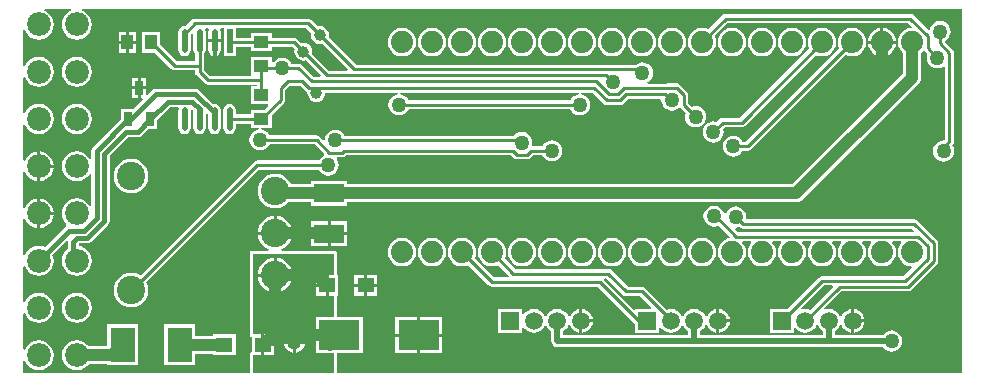
<source format=gtl>
G04*
G04 #@! TF.GenerationSoftware,Altium Limited,Altium Designer,18.1.7 (191)*
G04*
G04 Layer_Physical_Order=1*
G04 Layer_Color=255*
%FSLAX25Y25*%
%MOIN*%
G70*
G01*
G75*
%ADD10C,0.01000*%
%ADD29R,0.13780X0.10236*%
%ADD30R,0.09843X0.06299*%
%ADD31R,0.05118X0.03937*%
%ADD32R,0.08189X0.11614*%
%ADD33R,0.05551X0.04803*%
%ADD34R,0.02559X0.04724*%
%ADD35R,0.02000X0.08000*%
%ADD36O,0.02000X0.08000*%
%ADD37R,0.03937X0.05118*%
%ADD38C,0.03937*%
%ADD39C,0.03937*%
%ADD40C,0.02000*%
%ADD41C,0.01500*%
%ADD42C,0.07400*%
%ADD43C,0.07950*%
%ADD44R,0.05906X0.05906*%
%ADD45C,0.05906*%
%ADD46C,0.09449*%
%ADD47C,0.05000*%
G36*
X314173Y-122441D02*
X105744D01*
X105744Y-122441D01*
Y-115961D01*
X114386D01*
Y-103724D01*
X105744D01*
Y-96709D01*
X106138D01*
Y-89906D01*
X105744D01*
Y-82677D01*
X105666Y-82287D01*
X105445Y-81956D01*
X105115Y-81735D01*
X104724Y-81658D01*
X87227D01*
X87128Y-81158D01*
X87926Y-80827D01*
X89122Y-79909D01*
X90040Y-78714D01*
X90616Y-77321D01*
X90747Y-76327D01*
X85039D01*
X79331D01*
X79462Y-77321D01*
X80039Y-78714D01*
X80957Y-79909D01*
X82152Y-80827D01*
X82951Y-81158D01*
X82851Y-81658D01*
X77559D01*
X77169Y-81735D01*
X76838Y-81956D01*
X76617Y-82287D01*
X76539Y-82677D01*
Y-109591D01*
X76617Y-109981D01*
X76838Y-110311D01*
X77169Y-110532D01*
X77209Y-110540D01*
Y-115444D01*
X77169Y-115452D01*
X76838Y-115673D01*
X76617Y-116004D01*
X76539Y-116394D01*
Y-122441D01*
X76539Y-122441D01*
X1181D01*
Y-118485D01*
X1681Y-118385D01*
X1954Y-119044D01*
X2751Y-120083D01*
X3791Y-120881D01*
X5001Y-121382D01*
X6300Y-121553D01*
X7598Y-121382D01*
X8809Y-120881D01*
X9848Y-120083D01*
X10645Y-119044D01*
X11147Y-117834D01*
X11318Y-116535D01*
X11147Y-115237D01*
X10645Y-114026D01*
X9848Y-112987D01*
X8809Y-112190D01*
X7598Y-111688D01*
X6300Y-111517D01*
X5001Y-111688D01*
X3791Y-112190D01*
X2751Y-112987D01*
X1954Y-114026D01*
X1681Y-114685D01*
X1181Y-114586D01*
Y-102737D01*
X1681Y-102637D01*
X1954Y-103296D01*
X2751Y-104335D01*
X3791Y-105133D01*
X5001Y-105634D01*
X6300Y-105805D01*
X7598Y-105634D01*
X8809Y-105133D01*
X9848Y-104335D01*
X10645Y-103296D01*
X11147Y-102086D01*
X11318Y-100787D01*
X11147Y-99489D01*
X10645Y-98278D01*
X9848Y-97239D01*
X8809Y-96442D01*
X7598Y-95940D01*
X6300Y-95769D01*
X5001Y-95940D01*
X3791Y-96442D01*
X2751Y-97239D01*
X1954Y-98278D01*
X1681Y-98937D01*
X1181Y-98838D01*
Y-86989D01*
X1681Y-86889D01*
X1954Y-87548D01*
X2751Y-88587D01*
X3791Y-89385D01*
X5001Y-89886D01*
X6300Y-90057D01*
X7598Y-89886D01*
X8809Y-89385D01*
X9848Y-88587D01*
X10645Y-87548D01*
X11147Y-86338D01*
X11318Y-85039D01*
X11147Y-83741D01*
X10847Y-83016D01*
X15550Y-78312D01*
X16011Y-78558D01*
X15975Y-78740D01*
Y-81011D01*
X15349Y-81491D01*
X14552Y-82530D01*
X14051Y-83741D01*
X13880Y-85039D01*
X14051Y-86338D01*
X14552Y-87548D01*
X15349Y-88587D01*
X16389Y-89385D01*
X17599Y-89886D01*
X18898Y-90057D01*
X20196Y-89886D01*
X21407Y-89385D01*
X22446Y-88587D01*
X23243Y-87548D01*
X23745Y-86338D01*
X23916Y-85039D01*
X23745Y-83741D01*
X23243Y-82530D01*
X22446Y-81491D01*
X21407Y-80694D01*
X20196Y-80192D01*
X19544Y-80106D01*
Y-79479D01*
X19722Y-79301D01*
X22305D01*
X22987Y-79165D01*
X23566Y-78778D01*
X29352Y-72992D01*
X29739Y-72413D01*
X29875Y-71730D01*
X29875Y-71730D01*
Y-50109D01*
X36074Y-43910D01*
X39279D01*
X39962Y-43774D01*
X40541Y-43388D01*
X42665Y-41264D01*
X45783D01*
Y-38145D01*
X50091Y-33837D01*
X52547D01*
X52916Y-34337D01*
X52823Y-34803D01*
Y-40803D01*
X52978Y-41583D01*
X53420Y-42245D01*
X54082Y-42687D01*
X54862Y-42842D01*
X55643Y-42687D01*
X56304Y-42245D01*
X56746Y-41583D01*
X56902Y-40803D01*
Y-34803D01*
X56881Y-34698D01*
X57341Y-34452D01*
X57823Y-34934D01*
Y-40803D01*
X57978Y-41583D01*
X58420Y-42245D01*
X59082Y-42687D01*
X59862Y-42842D01*
X60643Y-42687D01*
X61304Y-42245D01*
X61746Y-41583D01*
X61901Y-40803D01*
Y-36130D01*
X62363Y-35939D01*
X62823Y-36398D01*
Y-40803D01*
X62978Y-41583D01*
X63420Y-42245D01*
X64082Y-42687D01*
X64862Y-42842D01*
X65643Y-42687D01*
X66304Y-42245D01*
X66746Y-41583D01*
X66901Y-40803D01*
Y-34803D01*
X66746Y-34023D01*
X66304Y-33361D01*
X65643Y-32919D01*
X64862Y-32764D01*
X64340Y-32868D01*
X59763Y-28291D01*
X59184Y-27905D01*
X58501Y-27769D01*
X45250D01*
X44567Y-27905D01*
X43988Y-28291D01*
X42505Y-29774D01*
X42043Y-29583D01*
Y-27953D01*
X40264D01*
Y-30815D01*
X40811D01*
X41003Y-31277D01*
X37740Y-34539D01*
X33744D01*
Y-37658D01*
X24329Y-47073D01*
X23942Y-47652D01*
X23806Y-48335D01*
Y-51087D01*
X23306Y-51186D01*
X23243Y-51034D01*
X22446Y-49995D01*
X21407Y-49198D01*
X20196Y-48696D01*
X18898Y-48525D01*
X17599Y-48696D01*
X16389Y-49198D01*
X15349Y-49995D01*
X14552Y-51034D01*
X14051Y-52245D01*
X13880Y-53543D01*
X14051Y-54842D01*
X14552Y-56052D01*
X15349Y-57091D01*
X16389Y-57889D01*
X17599Y-58390D01*
X18898Y-58561D01*
X20196Y-58390D01*
X21407Y-57889D01*
X22446Y-57091D01*
X23243Y-56052D01*
X23306Y-55900D01*
X23806Y-56000D01*
Y-66835D01*
X23306Y-66934D01*
X23243Y-66782D01*
X22446Y-65743D01*
X21407Y-64946D01*
X20196Y-64444D01*
X18898Y-64273D01*
X17599Y-64444D01*
X16389Y-64946D01*
X15349Y-65743D01*
X14552Y-66782D01*
X14051Y-67993D01*
X13880Y-69291D01*
X14051Y-70590D01*
X14552Y-71800D01*
X15349Y-72839D01*
X15469Y-72931D01*
X15414Y-73519D01*
X15061Y-73755D01*
X15061Y-73755D01*
X8323Y-80493D01*
X7598Y-80192D01*
X6300Y-80021D01*
X5001Y-80192D01*
X3791Y-80694D01*
X2751Y-81491D01*
X1954Y-82530D01*
X1681Y-83189D01*
X1181Y-83090D01*
Y-71241D01*
X1681Y-71141D01*
X1954Y-71800D01*
X2751Y-72839D01*
X3791Y-73637D01*
X5001Y-74138D01*
X5800Y-74243D01*
Y-69291D01*
Y-64339D01*
X5001Y-64444D01*
X3791Y-64946D01*
X2751Y-65743D01*
X1954Y-66782D01*
X1681Y-67441D01*
X1181Y-67342D01*
Y-55493D01*
X1681Y-55393D01*
X1954Y-56052D01*
X2751Y-57091D01*
X3791Y-57889D01*
X5001Y-58390D01*
X5800Y-58495D01*
Y-53543D01*
Y-48591D01*
X5001Y-48696D01*
X3791Y-49198D01*
X2751Y-49995D01*
X1954Y-51034D01*
X1681Y-51693D01*
X1181Y-51594D01*
Y-39745D01*
X1681Y-39645D01*
X1954Y-40304D01*
X2751Y-41344D01*
X3791Y-42141D01*
X5001Y-42642D01*
X6300Y-42813D01*
X7598Y-42642D01*
X8809Y-42141D01*
X9848Y-41344D01*
X10645Y-40304D01*
X11147Y-39094D01*
X11318Y-37795D01*
X11147Y-36497D01*
X10645Y-35286D01*
X9848Y-34247D01*
X8809Y-33450D01*
X7598Y-32948D01*
X6300Y-32777D01*
X5001Y-32948D01*
X3791Y-33450D01*
X2751Y-34247D01*
X1954Y-35286D01*
X1681Y-35945D01*
X1181Y-35846D01*
Y-23997D01*
X1681Y-23897D01*
X1954Y-24556D01*
X2751Y-25596D01*
X3791Y-26393D01*
X5001Y-26894D01*
X6300Y-27065D01*
X7598Y-26894D01*
X8809Y-26393D01*
X9848Y-25596D01*
X10645Y-24556D01*
X11147Y-23346D01*
X11318Y-22047D01*
X11147Y-20749D01*
X10645Y-19538D01*
X9848Y-18499D01*
X8809Y-17702D01*
X7598Y-17200D01*
X6300Y-17029D01*
X5001Y-17200D01*
X3791Y-17702D01*
X2751Y-18499D01*
X1954Y-19538D01*
X1681Y-20197D01*
X1181Y-20098D01*
Y-8249D01*
X1681Y-8149D01*
X1954Y-8808D01*
X2751Y-9848D01*
X3791Y-10645D01*
X5001Y-11146D01*
X6300Y-11317D01*
X7598Y-11146D01*
X8809Y-10645D01*
X9848Y-9848D01*
X10645Y-8808D01*
X11147Y-7598D01*
X11318Y-6299D01*
X11147Y-5001D01*
X10645Y-3790D01*
X9848Y-2751D01*
X8809Y-1954D01*
X8151Y-1681D01*
X8250Y-1181D01*
X16947D01*
X17047Y-1681D01*
X16389Y-1954D01*
X15349Y-2751D01*
X14552Y-3790D01*
X14051Y-5001D01*
X13880Y-6299D01*
X14051Y-7598D01*
X14552Y-8808D01*
X15349Y-9848D01*
X16389Y-10645D01*
X17599Y-11146D01*
X18898Y-11317D01*
X20196Y-11146D01*
X21407Y-10645D01*
X22446Y-9848D01*
X23243Y-8808D01*
X23745Y-7598D01*
X23916Y-6299D01*
X23745Y-5001D01*
X23243Y-3790D01*
X22446Y-2751D01*
X21407Y-1954D01*
X20749Y-1681D01*
X20848Y-1181D01*
X314173D01*
Y-122441D01*
D02*
G37*
G36*
X104724Y-89906D02*
X102862D01*
Y-93307D01*
Y-96709D01*
X104724D01*
Y-103724D01*
X98606D01*
Y-109343D01*
X106496D01*
Y-110343D01*
X98606D01*
Y-115961D01*
X104724D01*
Y-122441D01*
X77559D01*
Y-116394D01*
X80484D01*
Y-112992D01*
Y-109591D01*
X77559D01*
Y-82677D01*
X104724D01*
Y-89906D01*
D02*
G37*
%LPC*%
G36*
X96063Y-4376D02*
X58268D01*
X57682Y-4493D01*
X57186Y-4824D01*
X55183Y-6828D01*
X54862Y-6764D01*
X54082Y-6919D01*
X53420Y-7361D01*
X52978Y-8023D01*
X52823Y-8803D01*
Y-14803D01*
X52978Y-15584D01*
X53420Y-16245D01*
X54082Y-16687D01*
X54862Y-16842D01*
X55643Y-16687D01*
X56304Y-16245D01*
X56746Y-15584D01*
X56902Y-14803D01*
Y-9435D01*
X57323Y-9013D01*
X57823Y-9220D01*
Y-14803D01*
X57978Y-15584D01*
X58333Y-16114D01*
Y-18549D01*
X52208D01*
X46669Y-13010D01*
Y-8646D01*
X40732D01*
Y-15764D01*
X45097D01*
X50493Y-21160D01*
X50989Y-21492D01*
X51575Y-21608D01*
X58333D01*
Y-22067D01*
X58449Y-22652D01*
X58781Y-23148D01*
X61580Y-25948D01*
X62076Y-26279D01*
X62661Y-26395D01*
X78943D01*
Y-26953D01*
X76913D01*
Y-32890D01*
X82562D01*
X82753Y-33352D01*
X81278Y-34827D01*
X76913D01*
Y-36266D01*
X71902D01*
Y-34803D01*
X71746Y-34023D01*
X71304Y-33361D01*
X70643Y-32919D01*
X69862Y-32764D01*
X69082Y-32919D01*
X68420Y-33361D01*
X67978Y-34023D01*
X67823Y-34803D01*
Y-40803D01*
X67978Y-41583D01*
X68420Y-42245D01*
X69082Y-42687D01*
X69862Y-42842D01*
X70643Y-42687D01*
X71304Y-42245D01*
X71746Y-41583D01*
X71902Y-40803D01*
Y-39325D01*
X76913D01*
Y-40764D01*
X79715D01*
X79748Y-41264D01*
X79125Y-41346D01*
X78274Y-41698D01*
X77543Y-42259D01*
X76982Y-42990D01*
X76629Y-43842D01*
X76509Y-44756D01*
X76629Y-45669D01*
X76982Y-46521D01*
X77543Y-47252D01*
X78274Y-47813D01*
X79125Y-48166D01*
X80039Y-48286D01*
X80953Y-48166D01*
X81804Y-47813D01*
X82535Y-47252D01*
X83096Y-46521D01*
X83194Y-46285D01*
X98221D01*
X101406Y-49470D01*
X101309Y-49961D01*
X100991Y-50092D01*
X100260Y-50653D01*
X99699Y-51385D01*
X99601Y-51620D01*
X79134D01*
X78549Y-51737D01*
X78052Y-52068D01*
X40140Y-89981D01*
X39934Y-89823D01*
X38542Y-89246D01*
X37047Y-89049D01*
X35553Y-89246D01*
X34160Y-89823D01*
X32965Y-90740D01*
X32047Y-91936D01*
X31470Y-93328D01*
X31273Y-94823D01*
X31470Y-96317D01*
X32047Y-97710D01*
X32965Y-98906D01*
X34160Y-99823D01*
X35553Y-100400D01*
X37047Y-100597D01*
X38542Y-100400D01*
X39934Y-99823D01*
X41130Y-98906D01*
X42048Y-97710D01*
X42624Y-96317D01*
X42821Y-94823D01*
X42624Y-93328D01*
X42183Y-92263D01*
X79767Y-54679D01*
X99601D01*
X99699Y-54915D01*
X100260Y-55646D01*
X100991Y-56207D01*
X101842Y-56559D01*
X102756Y-56680D01*
X103670Y-56559D01*
X104521Y-56207D01*
X105252Y-55646D01*
X105813Y-54915D01*
X106166Y-54063D01*
X106286Y-53150D01*
X106166Y-52236D01*
X105813Y-51385D01*
X105548Y-51039D01*
X105794Y-50539D01*
X107360D01*
X107946Y-50422D01*
X108442Y-50091D01*
X108578Y-49955D01*
X163788D01*
X164585Y-50751D01*
X165081Y-51082D01*
X165666Y-51199D01*
X168980D01*
X169565Y-51082D01*
X170061Y-50751D01*
X170857Y-49955D01*
X174168D01*
X174266Y-50190D01*
X174827Y-50921D01*
X175558Y-51482D01*
X176409Y-51835D01*
X177323Y-51955D01*
X178237Y-51835D01*
X179088Y-51482D01*
X179819Y-50921D01*
X180380Y-50190D01*
X180733Y-49339D01*
X180853Y-48425D01*
X180733Y-47512D01*
X180380Y-46660D01*
X179819Y-45929D01*
X179088Y-45368D01*
X178237Y-45015D01*
X177323Y-44895D01*
X176409Y-45015D01*
X175558Y-45368D01*
X174827Y-45929D01*
X174266Y-46660D01*
X174168Y-46896D01*
X171086D01*
X170757Y-46396D01*
X170853Y-45669D01*
X170733Y-44756D01*
X170380Y-43904D01*
X169819Y-43173D01*
X169088Y-42612D01*
X168236Y-42259D01*
X167323Y-42139D01*
X166409Y-42259D01*
X165558Y-42612D01*
X164827Y-43173D01*
X164689Y-43352D01*
X108273D01*
X108175Y-43117D01*
X107614Y-42386D01*
X106883Y-41825D01*
X106032Y-41472D01*
X105118Y-41352D01*
X104204Y-41472D01*
X103353Y-41825D01*
X102622Y-42386D01*
X102061Y-43117D01*
X101708Y-43968D01*
X101619Y-44650D01*
X101097Y-44835D01*
X99936Y-43674D01*
X99440Y-43343D01*
X98855Y-43226D01*
X83194D01*
X83096Y-42990D01*
X82535Y-42259D01*
X81804Y-41698D01*
X80953Y-41346D01*
X80330Y-41264D01*
X80363Y-40764D01*
X84031D01*
Y-36399D01*
X88026Y-32404D01*
X88358Y-31908D01*
X88474Y-31323D01*
Y-28111D01*
X89921Y-26663D01*
X93398D01*
X95375Y-28640D01*
X95848Y-28956D01*
X95825Y-29134D01*
X95927Y-29909D01*
X96226Y-30631D01*
X96702Y-31251D01*
X97322Y-31727D01*
X98044Y-32026D01*
X98819Y-32128D01*
X99594Y-32026D01*
X100316Y-31727D01*
X100936Y-31251D01*
X101412Y-30631D01*
X101711Y-29909D01*
X101813Y-29134D01*
X101853Y-29088D01*
X125983D01*
X126016Y-29588D01*
X125464Y-29661D01*
X124613Y-30014D01*
X123882Y-30575D01*
X123321Y-31306D01*
X122968Y-32157D01*
X122848Y-33071D01*
X122968Y-33985D01*
X123321Y-34836D01*
X123882Y-35567D01*
X124613Y-36128D01*
X125464Y-36481D01*
X126378Y-36601D01*
X127292Y-36481D01*
X128143Y-36128D01*
X128874Y-35567D01*
X129435Y-34836D01*
X129533Y-34600D01*
X183459D01*
X183557Y-34836D01*
X184118Y-35567D01*
X184849Y-36128D01*
X185701Y-36481D01*
X186614Y-36601D01*
X187528Y-36481D01*
X188379Y-36128D01*
X189111Y-35567D01*
X189672Y-34836D01*
X190024Y-33985D01*
X190145Y-33071D01*
X190024Y-32157D01*
X189672Y-31306D01*
X189111Y-30575D01*
X188379Y-30014D01*
X187528Y-29661D01*
X186976Y-29588D01*
X187009Y-29088D01*
X190881D01*
X194465Y-32672D01*
X194961Y-33004D01*
X195546Y-33120D01*
X200041D01*
X200626Y-33004D01*
X201122Y-32672D01*
X202675Y-31120D01*
X213463D01*
X213793Y-31496D01*
X213793Y-31496D01*
X213913Y-32410D01*
X214266Y-33261D01*
X214827Y-33992D01*
X215558Y-34553D01*
X216409Y-34906D01*
X217323Y-35026D01*
X218237Y-34906D01*
X219088Y-34553D01*
X219602Y-34159D01*
X220210Y-34200D01*
X220262Y-34236D01*
X221885Y-35859D01*
X221787Y-36094D01*
X221667Y-37008D01*
X221787Y-37922D01*
X222140Y-38773D01*
X222701Y-39504D01*
X223432Y-40065D01*
X224283Y-40418D01*
X225197Y-40538D01*
X226111Y-40418D01*
X226962Y-40065D01*
X227693Y-39504D01*
X228254Y-38773D01*
X228607Y-37922D01*
X228727Y-37008D01*
X228607Y-36094D01*
X228254Y-35243D01*
X227693Y-34512D01*
X226962Y-33951D01*
X226111Y-33598D01*
X225197Y-33478D01*
X224283Y-33598D01*
X224047Y-33696D01*
X222852Y-32500D01*
Y-29839D01*
X222736Y-29254D01*
X222404Y-28758D01*
X220061Y-26415D01*
X219565Y-26083D01*
X218980Y-25967D01*
X215666D01*
X215191Y-26061D01*
X209193D01*
X209093Y-25561D01*
X209245Y-25498D01*
X209977Y-24937D01*
X210538Y-24206D01*
X210890Y-23355D01*
X211011Y-22441D01*
X210890Y-21527D01*
X210538Y-20676D01*
X209977Y-19945D01*
X209245Y-19384D01*
X208394Y-19031D01*
X207480Y-18911D01*
X206567Y-19031D01*
X205715Y-19384D01*
X205304Y-19699D01*
X112019D01*
X102897Y-10577D01*
X102994Y-9843D01*
X102892Y-9068D01*
X102593Y-8345D01*
X102117Y-7725D01*
X101497Y-7249D01*
X100775Y-6950D01*
X100000Y-6848D01*
X99265Y-6945D01*
X97144Y-4824D01*
X96648Y-4493D01*
X96063Y-4376D01*
D02*
G37*
G36*
X287823Y-7530D02*
Y-11705D01*
X291998D01*
X291902Y-10978D01*
X291428Y-9834D01*
X290675Y-8853D01*
X289693Y-8099D01*
X288550Y-7626D01*
X287823Y-7530D01*
D02*
G37*
G36*
X38795Y-8646D02*
X36327D01*
Y-11705D01*
X38795D01*
Y-8646D01*
D02*
G37*
G36*
X35327D02*
X32858D01*
Y-11705D01*
X35327D01*
Y-8646D01*
D02*
G37*
G36*
X286823Y-7530D02*
X286096Y-7626D01*
X284953Y-8099D01*
X283971Y-8853D01*
X283217Y-9834D01*
X282744Y-10978D01*
X282648Y-11705D01*
X286823D01*
Y-7530D01*
D02*
G37*
G36*
X38795Y-12705D02*
X36327D01*
Y-15764D01*
X38795D01*
Y-12705D01*
D02*
G37*
G36*
X35327D02*
X32858D01*
Y-15764D01*
X35327D01*
Y-12705D01*
D02*
G37*
G36*
X286823D02*
X282648D01*
X282744Y-13432D01*
X283217Y-14575D01*
X283971Y-15557D01*
X284953Y-16310D01*
X286096Y-16784D01*
X286823Y-16879D01*
Y-12705D01*
D02*
G37*
G36*
X291998D02*
X287823D01*
Y-16879D01*
X288550Y-16784D01*
X289693Y-16310D01*
X290675Y-15557D01*
X291428Y-14575D01*
X291902Y-13432D01*
X291998Y-12705D01*
D02*
G37*
G36*
X277323Y-7464D02*
X276096Y-7626D01*
X274953Y-8099D01*
X273971Y-8853D01*
X273217Y-9834D01*
X272744Y-10978D01*
X272582Y-12205D01*
X272744Y-13432D01*
X273092Y-14273D01*
X242044Y-45321D01*
X240950D01*
X240852Y-45085D01*
X240292Y-44354D01*
X239560Y-43793D01*
X238709Y-43440D01*
X237795Y-43320D01*
X236882Y-43440D01*
X236030Y-43793D01*
X235299Y-44354D01*
X234738Y-45085D01*
X234385Y-45937D01*
X234265Y-46850D01*
X234385Y-47764D01*
X234738Y-48616D01*
X235299Y-49347D01*
X236030Y-49908D01*
X236882Y-50260D01*
X237795Y-50381D01*
X238709Y-50260D01*
X239560Y-49908D01*
X240292Y-49347D01*
X240852Y-48616D01*
X240950Y-48380D01*
X242677D01*
X243263Y-48263D01*
X243759Y-47932D01*
X275255Y-16435D01*
X276096Y-16784D01*
X277323Y-16945D01*
X278550Y-16784D01*
X279693Y-16310D01*
X280675Y-15557D01*
X281428Y-14575D01*
X281902Y-13432D01*
X282063Y-12205D01*
X281902Y-10978D01*
X281428Y-9834D01*
X280675Y-8853D01*
X279693Y-8099D01*
X278550Y-7626D01*
X277323Y-7464D01*
D02*
G37*
G36*
X267323D02*
X266096Y-7626D01*
X264953Y-8099D01*
X263971Y-8853D01*
X263217Y-9834D01*
X262744Y-10978D01*
X262582Y-12205D01*
X262744Y-13432D01*
X263092Y-14273D01*
X239918Y-37447D01*
X234252D01*
X233667Y-37563D01*
X233171Y-37895D01*
X232252Y-38814D01*
X232016Y-38716D01*
X231102Y-38596D01*
X230189Y-38716D01*
X229337Y-39069D01*
X228606Y-39630D01*
X228045Y-40361D01*
X227693Y-41212D01*
X227572Y-42126D01*
X227693Y-43040D01*
X228045Y-43891D01*
X228606Y-44622D01*
X229337Y-45183D01*
X230189Y-45536D01*
X231102Y-45656D01*
X232016Y-45536D01*
X232868Y-45183D01*
X233599Y-44622D01*
X234160Y-43891D01*
X234512Y-43040D01*
X234633Y-42126D01*
X234512Y-41212D01*
X234415Y-40977D01*
X234885Y-40506D01*
X240551D01*
X241137Y-40389D01*
X241633Y-40058D01*
X265255Y-16435D01*
X266096Y-16784D01*
X267323Y-16945D01*
X268550Y-16784D01*
X269693Y-16310D01*
X270675Y-15557D01*
X271428Y-14575D01*
X271902Y-13432D01*
X272063Y-12205D01*
X271902Y-10978D01*
X271428Y-9834D01*
X270675Y-8853D01*
X269693Y-8099D01*
X268550Y-7626D01*
X267323Y-7464D01*
D02*
G37*
G36*
X257323D02*
X256096Y-7626D01*
X254953Y-8099D01*
X253971Y-8853D01*
X253217Y-9834D01*
X252744Y-10978D01*
X252582Y-12205D01*
X252744Y-13432D01*
X253217Y-14575D01*
X253971Y-15557D01*
X254953Y-16310D01*
X256096Y-16784D01*
X257323Y-16945D01*
X258550Y-16784D01*
X259693Y-16310D01*
X260675Y-15557D01*
X261428Y-14575D01*
X261902Y-13432D01*
X262063Y-12205D01*
X261902Y-10978D01*
X261428Y-9834D01*
X260675Y-8853D01*
X259693Y-8099D01*
X258550Y-7626D01*
X257323Y-7464D01*
D02*
G37*
G36*
X247323D02*
X246096Y-7626D01*
X244953Y-8099D01*
X243971Y-8853D01*
X243217Y-9834D01*
X242744Y-10978D01*
X242582Y-12205D01*
X242744Y-13432D01*
X243217Y-14575D01*
X243971Y-15557D01*
X244953Y-16310D01*
X246096Y-16784D01*
X247323Y-16945D01*
X248550Y-16784D01*
X249693Y-16310D01*
X250675Y-15557D01*
X251428Y-14575D01*
X251902Y-13432D01*
X252063Y-12205D01*
X251902Y-10978D01*
X251428Y-9834D01*
X250675Y-8853D01*
X249693Y-8099D01*
X248550Y-7626D01*
X247323Y-7464D01*
D02*
G37*
G36*
X237323D02*
X236096Y-7626D01*
X234953Y-8099D01*
X233971Y-8853D01*
X233217Y-9834D01*
X232744Y-10978D01*
X232582Y-12205D01*
X232744Y-13432D01*
X233217Y-14575D01*
X233971Y-15557D01*
X234953Y-16310D01*
X236096Y-16784D01*
X237323Y-16945D01*
X238550Y-16784D01*
X239693Y-16310D01*
X240675Y-15557D01*
X241428Y-14575D01*
X241902Y-13432D01*
X242063Y-12205D01*
X241902Y-10978D01*
X241428Y-9834D01*
X240675Y-8853D01*
X239693Y-8099D01*
X238550Y-7626D01*
X237323Y-7464D01*
D02*
G37*
G36*
X217323D02*
X216096Y-7626D01*
X214953Y-8099D01*
X213971Y-8853D01*
X213217Y-9834D01*
X212744Y-10978D01*
X212582Y-12205D01*
X212744Y-13432D01*
X213217Y-14575D01*
X213971Y-15557D01*
X214953Y-16310D01*
X216096Y-16784D01*
X217323Y-16945D01*
X218550Y-16784D01*
X219693Y-16310D01*
X220675Y-15557D01*
X221428Y-14575D01*
X221902Y-13432D01*
X222063Y-12205D01*
X221902Y-10978D01*
X221428Y-9834D01*
X220675Y-8853D01*
X219693Y-8099D01*
X218550Y-7626D01*
X217323Y-7464D01*
D02*
G37*
G36*
X207323D02*
X206096Y-7626D01*
X204953Y-8099D01*
X203971Y-8853D01*
X203217Y-9834D01*
X202744Y-10978D01*
X202582Y-12205D01*
X202744Y-13432D01*
X203217Y-14575D01*
X203971Y-15557D01*
X204953Y-16310D01*
X206096Y-16784D01*
X207323Y-16945D01*
X208550Y-16784D01*
X209693Y-16310D01*
X210675Y-15557D01*
X211428Y-14575D01*
X211902Y-13432D01*
X212063Y-12205D01*
X211902Y-10978D01*
X211428Y-9834D01*
X210675Y-8853D01*
X209693Y-8099D01*
X208550Y-7626D01*
X207323Y-7464D01*
D02*
G37*
G36*
X197323D02*
X196096Y-7626D01*
X194952Y-8099D01*
X193971Y-8853D01*
X193217Y-9834D01*
X192744Y-10978D01*
X192582Y-12205D01*
X192744Y-13432D01*
X193217Y-14575D01*
X193971Y-15557D01*
X194952Y-16310D01*
X196096Y-16784D01*
X197323Y-16945D01*
X198550Y-16784D01*
X199693Y-16310D01*
X200675Y-15557D01*
X201428Y-14575D01*
X201902Y-13432D01*
X202063Y-12205D01*
X201902Y-10978D01*
X201428Y-9834D01*
X200675Y-8853D01*
X199693Y-8099D01*
X198550Y-7626D01*
X197323Y-7464D01*
D02*
G37*
G36*
X187323D02*
X186096Y-7626D01*
X184952Y-8099D01*
X183971Y-8853D01*
X183217Y-9834D01*
X182744Y-10978D01*
X182582Y-12205D01*
X182744Y-13432D01*
X183217Y-14575D01*
X183971Y-15557D01*
X184952Y-16310D01*
X186096Y-16784D01*
X187323Y-16945D01*
X188550Y-16784D01*
X189693Y-16310D01*
X190675Y-15557D01*
X191428Y-14575D01*
X191902Y-13432D01*
X192063Y-12205D01*
X191902Y-10978D01*
X191428Y-9834D01*
X190675Y-8853D01*
X189693Y-8099D01*
X188550Y-7626D01*
X187323Y-7464D01*
D02*
G37*
G36*
X177323D02*
X176096Y-7626D01*
X174952Y-8099D01*
X173971Y-8853D01*
X173217Y-9834D01*
X172744Y-10978D01*
X172582Y-12205D01*
X172744Y-13432D01*
X173217Y-14575D01*
X173971Y-15557D01*
X174952Y-16310D01*
X176096Y-16784D01*
X177323Y-16945D01*
X178550Y-16784D01*
X179693Y-16310D01*
X180675Y-15557D01*
X181428Y-14575D01*
X181902Y-13432D01*
X182063Y-12205D01*
X181902Y-10978D01*
X181428Y-9834D01*
X180675Y-8853D01*
X179693Y-8099D01*
X178550Y-7626D01*
X177323Y-7464D01*
D02*
G37*
G36*
X167323D02*
X166096Y-7626D01*
X164953Y-8099D01*
X163971Y-8853D01*
X163217Y-9834D01*
X162744Y-10978D01*
X162582Y-12205D01*
X162744Y-13432D01*
X163217Y-14575D01*
X163971Y-15557D01*
X164953Y-16310D01*
X166096Y-16784D01*
X167323Y-16945D01*
X168550Y-16784D01*
X169693Y-16310D01*
X170675Y-15557D01*
X171428Y-14575D01*
X171902Y-13432D01*
X172063Y-12205D01*
X171902Y-10978D01*
X171428Y-9834D01*
X170675Y-8853D01*
X169693Y-8099D01*
X168550Y-7626D01*
X167323Y-7464D01*
D02*
G37*
G36*
X157323D02*
X156096Y-7626D01*
X154953Y-8099D01*
X153971Y-8853D01*
X153217Y-9834D01*
X152744Y-10978D01*
X152582Y-12205D01*
X152744Y-13432D01*
X153217Y-14575D01*
X153971Y-15557D01*
X154953Y-16310D01*
X156096Y-16784D01*
X157323Y-16945D01*
X158550Y-16784D01*
X159693Y-16310D01*
X160675Y-15557D01*
X161428Y-14575D01*
X161902Y-13432D01*
X162063Y-12205D01*
X161902Y-10978D01*
X161428Y-9834D01*
X160675Y-8853D01*
X159693Y-8099D01*
X158550Y-7626D01*
X157323Y-7464D01*
D02*
G37*
G36*
X147323D02*
X146096Y-7626D01*
X144952Y-8099D01*
X143971Y-8853D01*
X143217Y-9834D01*
X142744Y-10978D01*
X142582Y-12205D01*
X142744Y-13432D01*
X143217Y-14575D01*
X143971Y-15557D01*
X144952Y-16310D01*
X146096Y-16784D01*
X147323Y-16945D01*
X148550Y-16784D01*
X149693Y-16310D01*
X150675Y-15557D01*
X151428Y-14575D01*
X151902Y-13432D01*
X152063Y-12205D01*
X151902Y-10978D01*
X151428Y-9834D01*
X150675Y-8853D01*
X149693Y-8099D01*
X148550Y-7626D01*
X147323Y-7464D01*
D02*
G37*
G36*
X137323D02*
X136096Y-7626D01*
X134952Y-8099D01*
X133971Y-8853D01*
X133217Y-9834D01*
X132744Y-10978D01*
X132582Y-12205D01*
X132744Y-13432D01*
X133217Y-14575D01*
X133971Y-15557D01*
X134952Y-16310D01*
X136096Y-16784D01*
X137323Y-16945D01*
X138550Y-16784D01*
X139693Y-16310D01*
X140675Y-15557D01*
X141428Y-14575D01*
X141902Y-13432D01*
X142063Y-12205D01*
X141902Y-10978D01*
X141428Y-9834D01*
X140675Y-8853D01*
X139693Y-8099D01*
X138550Y-7626D01*
X137323Y-7464D01*
D02*
G37*
G36*
X127323D02*
X126096Y-7626D01*
X124952Y-8099D01*
X123971Y-8853D01*
X123217Y-9834D01*
X122744Y-10978D01*
X122582Y-12205D01*
X122744Y-13432D01*
X123217Y-14575D01*
X123971Y-15557D01*
X124952Y-16310D01*
X126096Y-16784D01*
X127323Y-16945D01*
X128550Y-16784D01*
X129693Y-16310D01*
X130675Y-15557D01*
X131428Y-14575D01*
X131902Y-13432D01*
X132063Y-12205D01*
X131902Y-10978D01*
X131428Y-9834D01*
X130675Y-8853D01*
X129693Y-8099D01*
X128550Y-7626D01*
X127323Y-7464D01*
D02*
G37*
G36*
X42043Y-24091D02*
X40264D01*
Y-26953D01*
X42043D01*
Y-24091D01*
D02*
G37*
G36*
X39264D02*
X37484D01*
Y-26953D01*
X39264D01*
Y-24091D01*
D02*
G37*
G36*
X18898Y-17029D02*
X17599Y-17200D01*
X16389Y-17702D01*
X15349Y-18499D01*
X14552Y-19538D01*
X14051Y-20749D01*
X13880Y-22047D01*
X14051Y-23346D01*
X14552Y-24556D01*
X15349Y-25596D01*
X16389Y-26393D01*
X17599Y-26894D01*
X18898Y-27065D01*
X20196Y-26894D01*
X21407Y-26393D01*
X22446Y-25596D01*
X23243Y-24556D01*
X23745Y-23346D01*
X23916Y-22047D01*
X23745Y-20749D01*
X23243Y-19538D01*
X22446Y-18499D01*
X21407Y-17702D01*
X20196Y-17200D01*
X18898Y-17029D01*
D02*
G37*
G36*
X39264Y-27953D02*
X37484D01*
Y-30815D01*
X39264D01*
Y-27953D01*
D02*
G37*
G36*
X18898Y-32777D02*
X17599Y-32948D01*
X16389Y-33450D01*
X15349Y-34247D01*
X14552Y-35286D01*
X14051Y-36497D01*
X13880Y-37795D01*
X14051Y-39094D01*
X14552Y-40304D01*
X15349Y-41344D01*
X16389Y-42141D01*
X17599Y-42642D01*
X18898Y-42813D01*
X20196Y-42642D01*
X21407Y-42141D01*
X22446Y-41344D01*
X23243Y-40304D01*
X23745Y-39094D01*
X23916Y-37795D01*
X23745Y-36497D01*
X23243Y-35286D01*
X22446Y-34247D01*
X21407Y-33450D01*
X20196Y-32948D01*
X18898Y-32777D01*
D02*
G37*
G36*
X296803Y-2801D02*
X235197D01*
X234612Y-2918D01*
X234115Y-3249D01*
X229391Y-7974D01*
X228550Y-7626D01*
X227323Y-7464D01*
X226096Y-7626D01*
X224953Y-8099D01*
X223971Y-8853D01*
X223217Y-9834D01*
X222744Y-10978D01*
X222582Y-12205D01*
X222744Y-13432D01*
X223217Y-14575D01*
X223971Y-15557D01*
X224953Y-16310D01*
X226096Y-16784D01*
X227323Y-16945D01*
X228550Y-16784D01*
X229693Y-16310D01*
X230675Y-15557D01*
X231428Y-14575D01*
X231902Y-13432D01*
X232063Y-12205D01*
X231902Y-10978D01*
X231554Y-10137D01*
X235830Y-5860D01*
X296169D01*
X297285Y-6976D01*
X297096Y-7494D01*
X296096Y-7626D01*
X294953Y-8099D01*
X293971Y-8853D01*
X293217Y-9834D01*
X292744Y-10978D01*
X292582Y-12205D01*
X292744Y-13432D01*
X293217Y-14575D01*
X293971Y-15557D01*
X294329Y-15832D01*
Y-22776D01*
X257500Y-59604D01*
X109029D01*
Y-58449D01*
X97187D01*
Y-59604D01*
X90321D01*
X90040Y-58924D01*
X89122Y-57728D01*
X87926Y-56811D01*
X86534Y-56234D01*
X85039Y-56037D01*
X83545Y-56234D01*
X82152Y-56811D01*
X80957Y-57728D01*
X80039Y-58924D01*
X79462Y-60317D01*
X79265Y-61811D01*
X79462Y-63305D01*
X80039Y-64698D01*
X80957Y-65894D01*
X82152Y-66811D01*
X83545Y-67388D01*
X85039Y-67585D01*
X86534Y-67388D01*
X87926Y-66811D01*
X89122Y-65894D01*
X89353Y-65593D01*
X97187D01*
Y-66748D01*
X109029D01*
Y-65593D01*
X258740D01*
X259515Y-65491D01*
X260237Y-65192D01*
X260857Y-64716D01*
X299440Y-26133D01*
X299916Y-25513D01*
X300215Y-24791D01*
X300317Y-24016D01*
Y-15831D01*
X300675Y-15557D01*
X300948Y-15201D01*
X301526Y-15270D01*
X302511Y-16255D01*
X302414Y-16491D01*
X302293Y-17405D01*
X302414Y-18318D01*
X302766Y-19170D01*
X303327Y-19901D01*
X304059Y-20462D01*
X304910Y-20815D01*
X305824Y-20935D01*
X306737Y-20815D01*
X307589Y-20462D01*
X307846Y-20265D01*
X308294Y-20486D01*
Y-44569D01*
X307907Y-44956D01*
X307874Y-44952D01*
X306960Y-45072D01*
X306109Y-45425D01*
X305378Y-45986D01*
X304817Y-46717D01*
X304464Y-47569D01*
X304344Y-48482D01*
X304464Y-49396D01*
X304817Y-50247D01*
X305378Y-50978D01*
X306109Y-51539D01*
X306960Y-51892D01*
X307874Y-52012D01*
X308788Y-51892D01*
X309639Y-51539D01*
X310370Y-50978D01*
X310931Y-50247D01*
X311284Y-49396D01*
X311404Y-48482D01*
X311284Y-47569D01*
X310931Y-46717D01*
X310732Y-46457D01*
X310905Y-46284D01*
X311237Y-45787D01*
X311353Y-45202D01*
Y-15748D01*
X311237Y-15163D01*
X310905Y-14666D01*
X308487Y-12248D01*
X308476Y-12050D01*
X308574Y-11629D01*
X309189Y-11158D01*
X309750Y-10427D01*
X310103Y-9575D01*
X310223Y-8662D01*
X310103Y-7748D01*
X309750Y-6896D01*
X309189Y-6165D01*
X308458Y-5604D01*
X307607Y-5252D01*
X306693Y-5131D01*
X305779Y-5252D01*
X304928Y-5604D01*
X304197Y-6165D01*
X303636Y-6896D01*
X303283Y-7748D01*
X303252Y-7983D01*
X302779Y-8144D01*
X297884Y-3249D01*
X297388Y-2918D01*
X296803Y-2801D01*
D02*
G37*
G36*
X6800Y-48591D02*
Y-53043D01*
X11252D01*
X11147Y-52245D01*
X10645Y-51034D01*
X9848Y-49995D01*
X8809Y-49198D01*
X7598Y-48696D01*
X6800Y-48591D01*
D02*
G37*
G36*
X11252Y-54043D02*
X6800D01*
Y-58495D01*
X7598Y-58390D01*
X8809Y-57889D01*
X9848Y-57091D01*
X10645Y-56052D01*
X11147Y-54842D01*
X11252Y-54043D01*
D02*
G37*
G36*
X37047Y-51057D02*
X35553Y-51254D01*
X34160Y-51830D01*
X32965Y-52748D01*
X32047Y-53944D01*
X31470Y-55336D01*
X31273Y-56831D01*
X31470Y-58325D01*
X32047Y-59718D01*
X32965Y-60913D01*
X34160Y-61831D01*
X35553Y-62408D01*
X37047Y-62604D01*
X38542Y-62408D01*
X39934Y-61831D01*
X41130Y-60913D01*
X42048Y-59718D01*
X42624Y-58325D01*
X42821Y-56831D01*
X42624Y-55336D01*
X42048Y-53944D01*
X41130Y-52748D01*
X39934Y-51830D01*
X38542Y-51254D01*
X37047Y-51057D01*
D02*
G37*
G36*
X6800Y-64339D02*
Y-68791D01*
X11252D01*
X11147Y-67993D01*
X10645Y-66782D01*
X9848Y-65743D01*
X8809Y-64946D01*
X7598Y-64444D01*
X6800Y-64339D01*
D02*
G37*
G36*
X11252Y-69791D02*
X6800D01*
Y-74243D01*
X7598Y-74138D01*
X8809Y-73637D01*
X9848Y-72839D01*
X10645Y-71800D01*
X11147Y-70590D01*
X11252Y-69791D01*
D02*
G37*
G36*
X85539Y-70119D02*
Y-75327D01*
X90747D01*
X90616Y-74332D01*
X90040Y-72940D01*
X89122Y-71744D01*
X87926Y-70826D01*
X86534Y-70250D01*
X85539Y-70119D01*
D02*
G37*
G36*
X84539D02*
X83545Y-70250D01*
X82152Y-70826D01*
X80957Y-71744D01*
X80039Y-72940D01*
X79462Y-74332D01*
X79331Y-75327D01*
X84539D01*
Y-70119D01*
D02*
G37*
G36*
X109029Y-71835D02*
X103608D01*
Y-75484D01*
X109029D01*
Y-71835D01*
D02*
G37*
G36*
X102608D02*
X97187D01*
Y-75484D01*
X102608D01*
Y-71835D01*
D02*
G37*
G36*
X109029Y-76484D02*
X103608D01*
Y-80134D01*
X109029D01*
Y-76484D01*
D02*
G37*
G36*
X102608D02*
X97187D01*
Y-80134D01*
X102608D01*
Y-76484D01*
D02*
G37*
G36*
X227323Y-77464D02*
X226096Y-77626D01*
X224953Y-78099D01*
X223971Y-78853D01*
X223217Y-79834D01*
X222744Y-80978D01*
X222582Y-82205D01*
X222744Y-83432D01*
X223217Y-84575D01*
X223971Y-85557D01*
X224953Y-86310D01*
X226096Y-86784D01*
X227323Y-86945D01*
X228550Y-86784D01*
X229693Y-86310D01*
X230675Y-85557D01*
X231428Y-84575D01*
X231902Y-83432D01*
X232063Y-82205D01*
X231902Y-80978D01*
X231428Y-79834D01*
X230675Y-78853D01*
X229693Y-78099D01*
X228550Y-77626D01*
X227323Y-77464D01*
D02*
G37*
G36*
X217323D02*
X216096Y-77626D01*
X214953Y-78099D01*
X213971Y-78853D01*
X213217Y-79834D01*
X212744Y-80978D01*
X212582Y-82205D01*
X212744Y-83432D01*
X213217Y-84575D01*
X213971Y-85557D01*
X214953Y-86310D01*
X216096Y-86784D01*
X217323Y-86945D01*
X218550Y-86784D01*
X219693Y-86310D01*
X220675Y-85557D01*
X221428Y-84575D01*
X221902Y-83432D01*
X222063Y-82205D01*
X221902Y-80978D01*
X221428Y-79834D01*
X220675Y-78853D01*
X219693Y-78099D01*
X218550Y-77626D01*
X217323Y-77464D01*
D02*
G37*
G36*
X207323D02*
X206096Y-77626D01*
X204953Y-78099D01*
X203971Y-78853D01*
X203217Y-79834D01*
X202744Y-80978D01*
X202582Y-82205D01*
X202744Y-83432D01*
X203217Y-84575D01*
X203971Y-85557D01*
X204953Y-86310D01*
X206096Y-86784D01*
X207323Y-86945D01*
X208550Y-86784D01*
X209693Y-86310D01*
X210675Y-85557D01*
X211428Y-84575D01*
X211902Y-83432D01*
X212063Y-82205D01*
X211902Y-80978D01*
X211428Y-79834D01*
X210675Y-78853D01*
X209693Y-78099D01*
X208550Y-77626D01*
X207323Y-77464D01*
D02*
G37*
G36*
X197323D02*
X196096Y-77626D01*
X194952Y-78099D01*
X193971Y-78853D01*
X193217Y-79834D01*
X192744Y-80978D01*
X192582Y-82205D01*
X192744Y-83432D01*
X193217Y-84575D01*
X193971Y-85557D01*
X194952Y-86310D01*
X196096Y-86784D01*
X197323Y-86945D01*
X198550Y-86784D01*
X199693Y-86310D01*
X200675Y-85557D01*
X201428Y-84575D01*
X201902Y-83432D01*
X202063Y-82205D01*
X201902Y-80978D01*
X201428Y-79834D01*
X200675Y-78853D01*
X199693Y-78099D01*
X198550Y-77626D01*
X197323Y-77464D01*
D02*
G37*
G36*
X187323D02*
X186096Y-77626D01*
X184952Y-78099D01*
X183971Y-78853D01*
X183217Y-79834D01*
X182744Y-80978D01*
X182582Y-82205D01*
X182744Y-83432D01*
X183217Y-84575D01*
X183971Y-85557D01*
X184952Y-86310D01*
X186096Y-86784D01*
X187323Y-86945D01*
X188550Y-86784D01*
X189693Y-86310D01*
X190675Y-85557D01*
X191428Y-84575D01*
X191902Y-83432D01*
X192063Y-82205D01*
X191902Y-80978D01*
X191428Y-79834D01*
X190675Y-78853D01*
X189693Y-78099D01*
X188550Y-77626D01*
X187323Y-77464D01*
D02*
G37*
G36*
X177323D02*
X176096Y-77626D01*
X174952Y-78099D01*
X173971Y-78853D01*
X173217Y-79834D01*
X172744Y-80978D01*
X172582Y-82205D01*
X172744Y-83432D01*
X173217Y-84575D01*
X173971Y-85557D01*
X174952Y-86310D01*
X176096Y-86784D01*
X177323Y-86945D01*
X178550Y-86784D01*
X179693Y-86310D01*
X180675Y-85557D01*
X181428Y-84575D01*
X181902Y-83432D01*
X182063Y-82205D01*
X181902Y-80978D01*
X181428Y-79834D01*
X180675Y-78853D01*
X179693Y-78099D01*
X178550Y-77626D01*
X177323Y-77464D01*
D02*
G37*
G36*
X167323D02*
X166096Y-77626D01*
X164953Y-78099D01*
X163971Y-78853D01*
X163217Y-79834D01*
X162744Y-80978D01*
X162582Y-82205D01*
X162744Y-83432D01*
X163217Y-84575D01*
X163971Y-85557D01*
X164953Y-86310D01*
X166096Y-86784D01*
X167323Y-86945D01*
X168550Y-86784D01*
X169693Y-86310D01*
X170675Y-85557D01*
X171428Y-84575D01*
X171902Y-83432D01*
X172063Y-82205D01*
X171902Y-80978D01*
X171428Y-79834D01*
X170675Y-78853D01*
X169693Y-78099D01*
X168550Y-77626D01*
X167323Y-77464D01*
D02*
G37*
G36*
X137323D02*
X136096Y-77626D01*
X134952Y-78099D01*
X133971Y-78853D01*
X133217Y-79834D01*
X132744Y-80978D01*
X132582Y-82205D01*
X132744Y-83432D01*
X133217Y-84575D01*
X133971Y-85557D01*
X134952Y-86310D01*
X136096Y-86784D01*
X137323Y-86945D01*
X138550Y-86784D01*
X139693Y-86310D01*
X140675Y-85557D01*
X141428Y-84575D01*
X141902Y-83432D01*
X142063Y-82205D01*
X141902Y-80978D01*
X141428Y-79834D01*
X140675Y-78853D01*
X139693Y-78099D01*
X138550Y-77626D01*
X137323Y-77464D01*
D02*
G37*
G36*
X127323D02*
X126096Y-77626D01*
X124952Y-78099D01*
X123971Y-78853D01*
X123217Y-79834D01*
X122744Y-80978D01*
X122582Y-82205D01*
X122744Y-83432D01*
X123217Y-84575D01*
X123971Y-85557D01*
X124952Y-86310D01*
X126096Y-86784D01*
X127323Y-86945D01*
X128550Y-86784D01*
X129693Y-86310D01*
X130675Y-85557D01*
X131428Y-84575D01*
X131902Y-83432D01*
X132063Y-82205D01*
X131902Y-80978D01*
X131428Y-79834D01*
X130675Y-78853D01*
X129693Y-78099D01*
X128550Y-77626D01*
X127323Y-77464D01*
D02*
G37*
G36*
X119012Y-89906D02*
X115736D01*
Y-92807D01*
X119012D01*
Y-89906D01*
D02*
G37*
G36*
X114736D02*
X111461D01*
Y-92807D01*
X114736D01*
Y-89906D01*
D02*
G37*
G36*
X119012Y-93807D02*
X115736D01*
Y-96709D01*
X119012D01*
Y-93807D01*
D02*
G37*
G36*
X114736D02*
X111461D01*
Y-96709D01*
X114736D01*
Y-93807D01*
D02*
G37*
G36*
X233177Y-101197D02*
Y-104618D01*
X236598D01*
X236528Y-104086D01*
X236130Y-103125D01*
X235496Y-102299D01*
X234670Y-101665D01*
X233709Y-101267D01*
X233177Y-101197D01*
D02*
G37*
G36*
X187508D02*
Y-104618D01*
X190929D01*
X190859Y-104086D01*
X190461Y-103125D01*
X189827Y-102299D01*
X189001Y-101665D01*
X188040Y-101267D01*
X187508Y-101197D01*
D02*
G37*
G36*
X278059D02*
Y-104618D01*
X281480D01*
X281410Y-104086D01*
X281012Y-103125D01*
X280378Y-102299D01*
X279553Y-101665D01*
X278591Y-101267D01*
X278059Y-101197D01*
D02*
G37*
G36*
X18898Y-95769D02*
X17599Y-95940D01*
X16389Y-96442D01*
X15349Y-97239D01*
X14552Y-98278D01*
X14051Y-99489D01*
X13880Y-100787D01*
X14051Y-102086D01*
X14552Y-103296D01*
X15349Y-104335D01*
X16389Y-105133D01*
X17599Y-105634D01*
X18898Y-105805D01*
X20196Y-105634D01*
X21407Y-105133D01*
X22446Y-104335D01*
X23243Y-103296D01*
X23745Y-102086D01*
X23916Y-100787D01*
X23745Y-99489D01*
X23243Y-98278D01*
X22446Y-97239D01*
X21407Y-96442D01*
X20196Y-95940D01*
X18898Y-95769D01*
D02*
G37*
G36*
X281480Y-105618D02*
X278059D01*
Y-109039D01*
X278591Y-108969D01*
X279553Y-108571D01*
X280378Y-107937D01*
X281012Y-107112D01*
X281410Y-106150D01*
X281480Y-105618D01*
D02*
G37*
G36*
X236598D02*
X233177D01*
Y-109039D01*
X233709Y-108969D01*
X234670Y-108571D01*
X235496Y-107937D01*
X236130Y-107112D01*
X236528Y-106150D01*
X236598Y-105618D01*
D02*
G37*
G36*
X190929D02*
X187508D01*
Y-109039D01*
X188040Y-108969D01*
X189001Y-108571D01*
X189827Y-107937D01*
X190461Y-107112D01*
X190859Y-106150D01*
X190929Y-105618D01*
D02*
G37*
G36*
X231350Y-66675D02*
X230436Y-66795D01*
X229585Y-67148D01*
X228854Y-67709D01*
X228293Y-68440D01*
X227940Y-69291D01*
X227820Y-70205D01*
X227940Y-71119D01*
X228293Y-71970D01*
X228854Y-72701D01*
X229585Y-73262D01*
X230436Y-73615D01*
X231350Y-73735D01*
X232263Y-73615D01*
X232970Y-73322D01*
X236737Y-77089D01*
X236576Y-77562D01*
X236096Y-77626D01*
X234953Y-78099D01*
X233971Y-78853D01*
X233217Y-79834D01*
X232744Y-80978D01*
X232582Y-82205D01*
X232744Y-83432D01*
X233217Y-84575D01*
X233971Y-85557D01*
X234953Y-86310D01*
X236096Y-86784D01*
X237323Y-86945D01*
X238550Y-86784D01*
X239693Y-86310D01*
X240675Y-85557D01*
X241428Y-84575D01*
X241902Y-83432D01*
X242063Y-82205D01*
X241902Y-80978D01*
X241428Y-79834D01*
X240814Y-79034D01*
X241047Y-78534D01*
X243599D01*
X243831Y-79034D01*
X243217Y-79834D01*
X242744Y-80978D01*
X242582Y-82205D01*
X242744Y-83432D01*
X243217Y-84575D01*
X243971Y-85557D01*
X244953Y-86310D01*
X246096Y-86784D01*
X247323Y-86945D01*
X248550Y-86784D01*
X249693Y-86310D01*
X250675Y-85557D01*
X251428Y-84575D01*
X251902Y-83432D01*
X252063Y-82205D01*
X251902Y-80978D01*
X251428Y-79834D01*
X250814Y-79034D01*
X251047Y-78534D01*
X253599D01*
X253832Y-79034D01*
X253217Y-79834D01*
X252744Y-80978D01*
X252582Y-82205D01*
X252744Y-83432D01*
X253217Y-84575D01*
X253971Y-85557D01*
X254953Y-86310D01*
X256096Y-86784D01*
X257323Y-86945D01*
X258550Y-86784D01*
X259693Y-86310D01*
X260675Y-85557D01*
X261428Y-84575D01*
X261902Y-83432D01*
X262063Y-82205D01*
X261902Y-80978D01*
X261428Y-79834D01*
X260814Y-79034D01*
X261047Y-78534D01*
X263599D01*
X263831Y-79034D01*
X263217Y-79834D01*
X262744Y-80978D01*
X262582Y-82205D01*
X262744Y-83432D01*
X263217Y-84575D01*
X263971Y-85557D01*
X264953Y-86310D01*
X266096Y-86784D01*
X267323Y-86945D01*
X268550Y-86784D01*
X269693Y-86310D01*
X270675Y-85557D01*
X271428Y-84575D01*
X271902Y-83432D01*
X272063Y-82205D01*
X271902Y-80978D01*
X271428Y-79834D01*
X270814Y-79034D01*
X271047Y-78534D01*
X273599D01*
X273832Y-79034D01*
X273217Y-79834D01*
X272744Y-80978D01*
X272582Y-82205D01*
X272744Y-83432D01*
X273217Y-84575D01*
X273971Y-85557D01*
X274953Y-86310D01*
X276096Y-86784D01*
X277323Y-86945D01*
X278550Y-86784D01*
X279693Y-86310D01*
X280675Y-85557D01*
X281428Y-84575D01*
X281902Y-83432D01*
X282063Y-82205D01*
X281902Y-80978D01*
X281428Y-79834D01*
X280814Y-79034D01*
X281047Y-78534D01*
X283599D01*
X283832Y-79034D01*
X283217Y-79834D01*
X282744Y-80978D01*
X282582Y-82205D01*
X282744Y-83432D01*
X283217Y-84575D01*
X283971Y-85557D01*
X284953Y-86310D01*
X286096Y-86784D01*
X287323Y-86945D01*
X288550Y-86784D01*
X289693Y-86310D01*
X290675Y-85557D01*
X291428Y-84575D01*
X291902Y-83432D01*
X292063Y-82205D01*
X291902Y-80978D01*
X291428Y-79834D01*
X290814Y-79034D01*
X291047Y-78534D01*
X293599D01*
X293831Y-79034D01*
X293217Y-79834D01*
X292744Y-80978D01*
X292582Y-82205D01*
X292744Y-83432D01*
X293217Y-84575D01*
X293971Y-85557D01*
X294953Y-86310D01*
X296096Y-86784D01*
X297096Y-86915D01*
X297285Y-87434D01*
X294516Y-90203D01*
X267323D01*
X266738Y-90319D01*
X266242Y-90651D01*
X255727Y-101165D01*
X249984D01*
Y-109071D01*
X257890D01*
Y-107487D01*
X258334Y-107152D01*
X258390Y-107152D01*
X258992Y-107937D01*
X259818Y-108571D01*
X260779Y-108969D01*
X261811Y-109105D01*
X262843Y-108969D01*
X263805Y-108571D01*
X264630Y-107937D01*
X265264Y-107112D01*
X265477Y-106596D01*
X266019D01*
X266232Y-107112D01*
X266866Y-107937D01*
X267646Y-108536D01*
Y-109772D01*
X226842D01*
Y-108536D01*
X227622Y-107937D01*
X228256Y-107112D01*
X228469Y-106596D01*
X229011D01*
X229224Y-107112D01*
X229858Y-107937D01*
X230684Y-108571D01*
X231645Y-108969D01*
X232177Y-109039D01*
Y-105118D01*
Y-101197D01*
X231645Y-101267D01*
X230684Y-101665D01*
X229858Y-102299D01*
X229224Y-103125D01*
X229011Y-103640D01*
X228469D01*
X228256Y-103125D01*
X227622Y-102299D01*
X226797Y-101665D01*
X225835Y-101267D01*
X224803Y-101131D01*
X223771Y-101267D01*
X222810Y-101665D01*
X221984Y-102299D01*
X221350Y-103125D01*
X221137Y-103640D01*
X220596D01*
X220382Y-103125D01*
X219748Y-102299D01*
X218922Y-101665D01*
X217961Y-101267D01*
X216929Y-101131D01*
X215897Y-101267D01*
X215541Y-101415D01*
X208321Y-94194D01*
X207825Y-93863D01*
X207239Y-93746D01*
X202675D01*
X197217Y-88289D01*
X196721Y-87957D01*
X196135Y-87841D01*
X165122D01*
X161554Y-84272D01*
X161902Y-83432D01*
X162063Y-82205D01*
X161902Y-80978D01*
X161428Y-79834D01*
X160675Y-78853D01*
X159693Y-78099D01*
X158550Y-77626D01*
X157323Y-77464D01*
X156096Y-77626D01*
X154953Y-78099D01*
X153971Y-78853D01*
X153217Y-79834D01*
X152744Y-80978D01*
X152582Y-82205D01*
X152744Y-83432D01*
X153217Y-84575D01*
X153971Y-85557D01*
X154953Y-86310D01*
X156096Y-86784D01*
X157323Y-86945D01*
X158550Y-86784D01*
X159391Y-86435D01*
X163052Y-90097D01*
X162845Y-90597D01*
X157878D01*
X151554Y-84272D01*
X151902Y-83432D01*
X152063Y-82205D01*
X151902Y-80978D01*
X151428Y-79834D01*
X150675Y-78853D01*
X149693Y-78099D01*
X148550Y-77626D01*
X147323Y-77464D01*
X146096Y-77626D01*
X144952Y-78099D01*
X143971Y-78853D01*
X143217Y-79834D01*
X142744Y-80978D01*
X142582Y-82205D01*
X142744Y-83432D01*
X143217Y-84575D01*
X143971Y-85557D01*
X144952Y-86310D01*
X146096Y-86784D01*
X147323Y-86945D01*
X148550Y-86784D01*
X149391Y-86435D01*
X156163Y-93207D01*
X156659Y-93539D01*
X157244Y-93655D01*
X192674D01*
X205102Y-106084D01*
Y-109071D01*
X213008D01*
Y-107487D01*
X213452Y-107152D01*
X213508Y-107152D01*
X214110Y-107937D01*
X214936Y-108571D01*
X215897Y-108969D01*
X216929Y-109105D01*
X217961Y-108969D01*
X218922Y-108571D01*
X219748Y-107937D01*
X220382Y-107112D01*
X220596Y-106596D01*
X221137D01*
X221350Y-107112D01*
X221984Y-107937D01*
X222764Y-108536D01*
Y-109772D01*
X181173D01*
Y-108536D01*
X181953Y-107937D01*
X182587Y-107112D01*
X182800Y-106596D01*
X183342D01*
X183555Y-107112D01*
X184189Y-107937D01*
X185014Y-108571D01*
X185976Y-108969D01*
X186508Y-109039D01*
Y-105118D01*
Y-101197D01*
X185976Y-101267D01*
X185014Y-101665D01*
X184189Y-102299D01*
X183555Y-103125D01*
X183342Y-103640D01*
X182800D01*
X182587Y-103125D01*
X181953Y-102299D01*
X181127Y-101665D01*
X180166Y-101267D01*
X179134Y-101131D01*
X178102Y-101267D01*
X177140Y-101665D01*
X176315Y-102299D01*
X175681Y-103125D01*
X175468Y-103640D01*
X174926D01*
X174713Y-103125D01*
X174079Y-102299D01*
X173253Y-101665D01*
X172292Y-101267D01*
X171260Y-101131D01*
X170228Y-101267D01*
X169266Y-101665D01*
X168441Y-102299D01*
X167839Y-103084D01*
X167783Y-103084D01*
X167339Y-102749D01*
Y-101165D01*
X159433D01*
Y-109071D01*
X167339D01*
Y-107487D01*
X167783Y-107152D01*
X167839Y-107152D01*
X168441Y-107937D01*
X169266Y-108571D01*
X170228Y-108969D01*
X171260Y-109105D01*
X172292Y-108969D01*
X173253Y-108571D01*
X174079Y-107937D01*
X174713Y-107112D01*
X174926Y-106596D01*
X175468D01*
X175681Y-107112D01*
X176315Y-107937D01*
X177095Y-108536D01*
Y-111811D01*
X177250Y-112591D01*
X177692Y-113253D01*
X177692Y-113253D01*
X178354Y-113695D01*
X179134Y-113850D01*
X179134Y-113850D01*
X269685D01*
X269685Y-113850D01*
X287704D01*
X288055Y-114307D01*
X288786Y-114868D01*
X289637Y-115221D01*
X290551Y-115341D01*
X291465Y-115221D01*
X292316Y-114868D01*
X293047Y-114307D01*
X293608Y-113576D01*
X293961Y-112725D01*
X294081Y-111811D01*
X293961Y-110897D01*
X293608Y-110046D01*
X293047Y-109315D01*
X292316Y-108754D01*
X291465Y-108401D01*
X290551Y-108281D01*
X289637Y-108401D01*
X288786Y-108754D01*
X288055Y-109315D01*
X287704Y-109772D01*
X271724D01*
Y-108536D01*
X272504Y-107937D01*
X273138Y-107112D01*
X273352Y-106596D01*
X273893D01*
X274106Y-107112D01*
X274740Y-107937D01*
X275566Y-108571D01*
X276527Y-108969D01*
X277059Y-109039D01*
Y-105118D01*
Y-101197D01*
X276527Y-101267D01*
X275566Y-101665D01*
X274740Y-102299D01*
X274106Y-103125D01*
X273893Y-103640D01*
X273352D01*
X273138Y-103125D01*
X272504Y-102299D01*
X271678Y-101665D01*
X270717Y-101267D01*
X269685Y-101131D01*
X268653Y-101267D01*
X268446Y-101353D01*
X268163Y-100929D01*
X273830Y-95262D01*
X295978D01*
X296563Y-95145D01*
X297059Y-94814D01*
X305604Y-86269D01*
X305936Y-85772D01*
X306052Y-85187D01*
Y-79222D01*
X305936Y-78637D01*
X305604Y-78141D01*
X299217Y-71753D01*
X298720Y-71422D01*
X298135Y-71305D01*
X242382D01*
X242053Y-70929D01*
X242113Y-70472D01*
X241993Y-69559D01*
X241640Y-68707D01*
X241079Y-67976D01*
X240348Y-67415D01*
X239496Y-67062D01*
X238583Y-66942D01*
X237669Y-67062D01*
X236818Y-67415D01*
X236087Y-67976D01*
X235525Y-68707D01*
X235269Y-69327D01*
X234821Y-69296D01*
X234751Y-69270D01*
X234407Y-68440D01*
X233846Y-67709D01*
X233115Y-67148D01*
X232263Y-66795D01*
X231350Y-66675D01*
D02*
G37*
G36*
X140764Y-103724D02*
X133374D01*
Y-109343D01*
X140764D01*
Y-103724D01*
D02*
G37*
G36*
X132374D02*
X124984D01*
Y-109343D01*
X132374D01*
Y-103724D01*
D02*
G37*
G36*
X39295Y-106185D02*
X29106D01*
Y-113541D01*
X22871D01*
X22446Y-112987D01*
X21407Y-112190D01*
X20196Y-111688D01*
X18898Y-111517D01*
X17599Y-111688D01*
X16389Y-112190D01*
X15349Y-112987D01*
X14552Y-114026D01*
X14051Y-115237D01*
X13880Y-116535D01*
X14051Y-117834D01*
X14552Y-119044D01*
X15349Y-120083D01*
X16389Y-120881D01*
X17599Y-121382D01*
X18898Y-121553D01*
X20196Y-121382D01*
X21407Y-120881D01*
X22446Y-120083D01*
X22871Y-119529D01*
X29106D01*
Y-119799D01*
X39295D01*
Y-106185D01*
D02*
G37*
G36*
X140764Y-110343D02*
X133374D01*
Y-115961D01*
X140764D01*
Y-110343D01*
D02*
G37*
G36*
X132374D02*
X124984D01*
Y-115961D01*
X132374D01*
Y-110343D01*
D02*
G37*
G36*
X58295Y-106185D02*
X48106D01*
Y-119799D01*
X58295D01*
Y-115986D01*
X64335D01*
Y-116394D01*
X71886D01*
Y-109591D01*
X64335D01*
Y-109998D01*
X58295D01*
Y-106185D01*
D02*
G37*
%LPD*%
G36*
X67862Y-16803D02*
X71862D01*
Y-13734D01*
X76913D01*
Y-15173D01*
X84031D01*
Y-13734D01*
X90705D01*
X91591Y-14620D01*
X91494Y-15354D01*
X91596Y-16129D01*
X91895Y-16851D01*
X92371Y-17471D01*
X92991Y-17947D01*
X93713Y-18246D01*
X94488Y-18348D01*
X95223Y-18252D01*
X100208Y-23237D01*
X100017Y-23699D01*
X97837D01*
X93922Y-19785D01*
X93426Y-19453D01*
X92841Y-19337D01*
X90556D01*
X90459Y-19101D01*
X89898Y-18370D01*
X89167Y-17809D01*
X88315Y-17456D01*
X87402Y-17336D01*
X86488Y-17456D01*
X85637Y-17809D01*
X84905Y-18370D01*
X84531Y-18857D01*
X84031Y-18687D01*
Y-17110D01*
X76913D01*
Y-23047D01*
X76533Y-23337D01*
X63295D01*
X61392Y-21433D01*
Y-16114D01*
X61746Y-15584D01*
X61901Y-14803D01*
Y-8803D01*
X61746Y-8023D01*
X61648Y-7876D01*
X61884Y-7435D01*
X62841D01*
X63077Y-7876D01*
X62978Y-8023D01*
X62823Y-8803D01*
Y-11303D01*
X64862D01*
X66901D01*
Y-8803D01*
X66746Y-8023D01*
X66648Y-7876D01*
X66884Y-7435D01*
X67862D01*
Y-16803D01*
D02*
G37*
G36*
X97103Y-9108D02*
X97006Y-9843D01*
X97108Y-10617D01*
X97407Y-11340D01*
X97883Y-11960D01*
X98503Y-12436D01*
X99225Y-12735D01*
X100000Y-12837D01*
X100734Y-12740D01*
X109232Y-21237D01*
X109040Y-21699D01*
X102996D01*
X97386Y-16089D01*
X97482Y-15354D01*
X97380Y-14579D01*
X97081Y-13857D01*
X96605Y-13237D01*
X95985Y-12761D01*
X95263Y-12462D01*
X94488Y-12360D01*
X93754Y-12457D01*
X92420Y-11123D01*
X91924Y-10792D01*
X91339Y-10675D01*
X84031D01*
Y-9236D01*
X76913D01*
Y-10675D01*
X71862D01*
Y-7435D01*
X95429D01*
X97103Y-9108D01*
D02*
G37*
G36*
X186252Y-29588D02*
X185701Y-29661D01*
X184849Y-30014D01*
X184118Y-30575D01*
X183557Y-31306D01*
X183459Y-31542D01*
X129533D01*
X129435Y-31306D01*
X128874Y-30575D01*
X128143Y-30014D01*
X127292Y-29661D01*
X126740Y-29588D01*
X126773Y-29088D01*
X186220D01*
X186252Y-29588D01*
D02*
G37*
%LPC*%
G36*
X66901Y-12303D02*
X65362D01*
Y-16743D01*
X65643Y-16687D01*
X66304Y-16245D01*
X66746Y-15584D01*
X66901Y-14803D01*
Y-12303D01*
D02*
G37*
G36*
X64362D02*
X62823D01*
Y-14803D01*
X62978Y-15584D01*
X63420Y-16245D01*
X64082Y-16687D01*
X64362Y-16743D01*
Y-12303D01*
D02*
G37*
%LPD*%
G36*
X239863Y-73916D02*
X240360Y-74248D01*
X240945Y-74364D01*
X297502D01*
X298151Y-75013D01*
X297960Y-75475D01*
X239449D01*
X238408Y-74434D01*
X238672Y-73991D01*
X239496Y-73882D01*
X239732Y-73785D01*
X239863Y-73916D01*
D02*
G37*
G36*
X200960Y-96357D02*
X201456Y-96689D01*
X202041Y-96805D01*
X206606D01*
X210504Y-100703D01*
X210313Y-101165D01*
X205102D01*
Y-101165D01*
X204683Y-101339D01*
X194743Y-91400D01*
X194950Y-90899D01*
X195502D01*
X200960Y-96357D01*
D02*
G37*
G36*
X271043Y-93724D02*
X263307Y-101459D01*
X262843Y-101267D01*
X261811Y-101131D01*
X260779Y-101267D01*
X260572Y-101353D01*
X260289Y-100929D01*
X267956Y-93262D01*
X270851D01*
X271043Y-93724D01*
D02*
G37*
%LPC*%
G36*
X85539Y-84135D02*
Y-89342D01*
X90747D01*
X90616Y-88348D01*
X90040Y-86956D01*
X89122Y-85760D01*
X87926Y-84842D01*
X86534Y-84265D01*
X85539Y-84135D01*
D02*
G37*
G36*
X84539D02*
X83545Y-84265D01*
X82152Y-84842D01*
X80957Y-85760D01*
X80039Y-86956D01*
X79462Y-88348D01*
X79331Y-89342D01*
X84539D01*
Y-84135D01*
D02*
G37*
G36*
X101862Y-89906D02*
X98587D01*
Y-92807D01*
X101862D01*
Y-89906D01*
D02*
G37*
G36*
X90747Y-90342D02*
X85539D01*
Y-95551D01*
X86534Y-95420D01*
X87926Y-94843D01*
X89122Y-93925D01*
X90040Y-92729D01*
X90616Y-91337D01*
X90747Y-90342D01*
D02*
G37*
G36*
X84539D02*
X79331D01*
X79462Y-91337D01*
X80039Y-92729D01*
X80957Y-93925D01*
X82152Y-94843D01*
X83545Y-95420D01*
X84539Y-95551D01*
Y-90342D01*
D02*
G37*
G36*
X101862Y-93807D02*
X98587D01*
Y-96709D01*
X101862D01*
Y-93807D01*
D02*
G37*
G36*
X91994Y-108740D02*
Y-111705D01*
X94958D01*
X94904Y-111291D01*
X94551Y-110440D01*
X93990Y-109708D01*
X93259Y-109148D01*
X92408Y-108795D01*
X91994Y-108740D01*
D02*
G37*
G36*
X90994D02*
X90580Y-108795D01*
X89729Y-109148D01*
X88998Y-109708D01*
X88437Y-110440D01*
X88084Y-111291D01*
X88030Y-111705D01*
X90994D01*
Y-108740D01*
D02*
G37*
G36*
X84760Y-109591D02*
X81484D01*
Y-112492D01*
X84760D01*
Y-109591D01*
D02*
G37*
G36*
X94958Y-112705D02*
X91994D01*
Y-115669D01*
X92408Y-115615D01*
X93259Y-115262D01*
X93990Y-114701D01*
X94551Y-113970D01*
X94904Y-113118D01*
X94958Y-112705D01*
D02*
G37*
G36*
X90994D02*
X88030D01*
X88084Y-113118D01*
X88437Y-113970D01*
X88998Y-114701D01*
X89729Y-115262D01*
X90580Y-115615D01*
X90994Y-115669D01*
Y-112705D01*
D02*
G37*
G36*
X84760Y-113492D02*
X81484D01*
Y-116394D01*
X84760D01*
Y-113492D01*
D02*
G37*
%LPD*%
D10*
X98855Y-44756D02*
X103108Y-49009D01*
X80039Y-44756D02*
X98855D01*
X170224Y-48425D02*
X177323D01*
X168980Y-49669D02*
X170224Y-48425D01*
X165666Y-49669D02*
X168980D01*
X164422Y-48425D02*
X165666Y-49669D01*
X107944Y-48425D02*
X164422D01*
X166535Y-44882D02*
X167323Y-45669D01*
X105118Y-44882D02*
X166535D01*
X107360Y-49009D02*
X107944Y-48425D01*
X103108Y-49009D02*
X107360D01*
X237795Y-46850D02*
X242677D01*
X231102Y-42126D02*
X234252Y-38976D01*
X221323Y-33134D02*
X225197Y-37008D01*
X207480Y-22441D02*
Y-21654D01*
X207055Y-21228D02*
X207480Y-21654D01*
X96063Y-5906D02*
X111386Y-21228D01*
X207055D01*
X238315Y-70205D02*
X238583Y-69938D01*
Y-70472D02*
Y-69938D01*
X231350Y-70205D02*
X232016D01*
X238816Y-77005D01*
X296803Y-4331D02*
X302523Y-10051D01*
X235197Y-4331D02*
X296803D01*
X227323Y-12205D02*
X235197Y-4331D01*
X302523Y-14104D02*
Y-10051D01*
Y-14104D02*
X305824Y-17405D01*
X234252Y-38976D02*
X240551D01*
X238315Y-70205D02*
X240945Y-72835D01*
X242677Y-46850D02*
X277323Y-12205D01*
X309824Y-45202D02*
Y-15748D01*
X307874Y-47152D02*
X309824Y-45202D01*
X307874Y-48482D02*
Y-47152D01*
X62661Y-24866D02*
X80390D01*
X59862Y-22067D02*
X62661Y-24866D01*
X59862Y-22067D02*
Y-20079D01*
X80390Y-24866D02*
X80472Y-24783D01*
X64862Y-20866D02*
Y-11803D01*
X79134Y-53150D02*
X93701D01*
X37461Y-94823D02*
X79134Y-53150D01*
X93701D02*
X102756D01*
X195276Y-23228D02*
X197638Y-25591D01*
X102362Y-23228D02*
X195276D01*
X91339Y-12205D02*
X102362Y-23228D01*
X80472Y-12205D02*
X91339D01*
X58268Y-5906D02*
X96063D01*
X299477Y-77005D02*
X302523Y-80051D01*
X238816Y-77005D02*
X299477D01*
X240551Y-38976D02*
X267323Y-12205D01*
X298135Y-72835D02*
X304523Y-79222D01*
X240945Y-72835D02*
X298135D01*
X306693Y-12617D02*
X309824Y-15748D01*
X196135Y-89370D02*
X202041Y-95276D01*
X164488Y-89370D02*
X196135D01*
X157323Y-82205D02*
X164488Y-89370D01*
X193307Y-92126D02*
X206299Y-105118D01*
X157244Y-92126D02*
X193307D01*
X147323Y-82205D02*
X157244Y-92126D01*
X207239Y-95276D02*
X216929Y-104965D01*
X202041Y-95276D02*
X207239D01*
X216929Y-105118D02*
Y-104965D01*
X206299Y-105118D02*
X209055D01*
X171260D02*
Y-104965D01*
X304523Y-85187D02*
Y-79222D01*
X295978Y-93732D02*
X304523Y-85187D01*
X273197Y-93732D02*
X295978D01*
X261811Y-105118D02*
X273197Y-93732D01*
X302523Y-84359D02*
Y-80051D01*
X295149Y-91732D02*
X302523Y-84359D01*
X267323Y-91732D02*
X295149D01*
X253937Y-105118D02*
X267323Y-91732D01*
X306693Y-12617D02*
Y-8662D01*
X37047Y-94823D02*
X37461D01*
X126378Y-33071D02*
X186614D01*
X96457Y-27559D02*
X191515D01*
X195546Y-31591D01*
X97203Y-25228D02*
X192012D01*
X196375Y-29591D01*
X94032Y-25134D02*
X96457Y-27559D01*
X89288Y-25134D02*
X94032D01*
X221323Y-33134D02*
Y-29839D01*
X218980Y-27496D02*
X221323Y-29839D01*
X215666Y-27496D02*
X218980D01*
X215572Y-27591D02*
X215666Y-27496D01*
X201213Y-27591D02*
X215572D01*
X199213Y-29591D02*
X201213Y-27591D01*
X196375Y-29591D02*
X199213D01*
X197794Y-25435D02*
Y-25353D01*
X197638Y-25591D02*
X197794Y-25435D01*
X202041Y-29591D02*
X214898D01*
X200041Y-31591D02*
X202041Y-29591D01*
X195546Y-31591D02*
X200041D01*
X92841Y-20866D02*
X97203Y-25228D01*
X87402Y-20866D02*
X92841D01*
X216803Y-31496D02*
X217323D01*
X214898Y-29591D02*
X216803Y-31496D01*
X80472Y-20079D02*
X81260Y-20866D01*
X87402D01*
X86945Y-27477D02*
X89288Y-25134D01*
X86945Y-31323D02*
Y-27477D01*
X80472Y-37795D02*
X86945Y-31323D01*
X70264Y-12205D02*
X80472D01*
X43701D02*
X51575Y-20079D01*
X59862D01*
Y-11803D01*
X54862Y-9311D02*
X58268Y-5906D01*
X54862Y-11803D02*
Y-9311D01*
X80472Y-24783D02*
Y-20079D01*
Y-29921D02*
Y-24783D01*
X69870Y-37795D02*
X80472D01*
D29*
X106496Y-109843D02*
D03*
X132874D02*
D03*
D30*
X103108Y-75984D02*
D03*
Y-62599D02*
D03*
D31*
X80472Y-37795D02*
D03*
Y-29921D02*
D03*
Y-20079D02*
D03*
Y-12205D02*
D03*
D32*
X34201Y-112992D02*
D03*
X53201D02*
D03*
D33*
X102362Y-93307D02*
D03*
X115236D02*
D03*
X80984Y-112992D02*
D03*
X68110D02*
D03*
D34*
X39764Y-27453D02*
D03*
X36024Y-37902D02*
D03*
X43504D02*
D03*
D35*
X69862Y-11803D02*
D03*
D36*
X64862D02*
D03*
Y-37803D02*
D03*
X69862D02*
D03*
X59862D02*
D03*
X54862Y-11803D02*
D03*
X59862D02*
D03*
X54862Y-37803D02*
D03*
D37*
X43701Y-12205D02*
D03*
X35827D02*
D03*
D38*
X98819Y-29134D02*
D03*
X94488Y-15354D02*
D03*
X100000Y-9843D02*
D03*
D39*
X102950Y-75827D02*
X103108Y-75984D01*
X85039Y-75827D02*
X102950D01*
X103108Y-62599D02*
X258740D01*
X85039Y-61811D02*
X85827Y-62599D01*
X103108D01*
X127165Y-54331D02*
X250551D01*
X252390Y-56170D01*
X85866Y-109843D02*
X106496D01*
X85000Y-108976D02*
X85866Y-109843D01*
X98898Y-89842D02*
X102362Y-93307D01*
X85039Y-89842D02*
X98898D01*
X103347Y-112992D02*
X106496Y-109843D01*
X85000Y-108976D02*
Y-89882D01*
X80984Y-112992D02*
X85000Y-108976D01*
X68110Y-112992D02*
X68110Y-112992D01*
X53201Y-112992D02*
X68110D01*
X254214Y-56180D02*
X287323Y-23071D01*
X254214Y-56180D02*
Y-56180D01*
X252390Y-56170D02*
X254214Y-56180D01*
X258740Y-62599D02*
X297323Y-24016D01*
Y-12205D01*
X287323Y-23071D02*
Y-12205D01*
X85000Y-89882D02*
X85039Y-89842D01*
X30658Y-116535D02*
X34201Y-112992D01*
X18898Y-116535D02*
X30658D01*
D40*
X269685Y-111811D02*
X269685Y-111811D01*
X290551D01*
X269685Y-111811D02*
Y-105118D01*
X269685Y-111811D02*
X269685Y-111811D01*
X224803Y-111811D02*
X269685D01*
X179134D02*
X224803D01*
X224803Y-111811D02*
X224803Y-111811D01*
X224803Y-111811D02*
Y-105118D01*
X179134Y-111811D02*
Y-105118D01*
Y-111811D02*
X179134Y-111811D01*
D41*
X69862Y-11803D02*
X70264Y-12205D01*
X57466Y-32053D02*
X59862Y-34449D01*
X49352Y-32053D02*
X57466D01*
X43504Y-37901D02*
X49352Y-32053D01*
X58501Y-29553D02*
X64862Y-35914D01*
X45250Y-29553D02*
X58501D01*
X36902Y-37901D02*
X45250Y-29553D01*
X59862Y-37803D02*
Y-34449D01*
X69862Y-37803D02*
X69870Y-37795D01*
X64862Y-37803D02*
Y-35914D01*
X39279Y-42126D02*
X43504Y-37901D01*
X35335Y-42126D02*
X39279D01*
X36024Y-37901D02*
X36902D01*
X25591Y-70695D02*
Y-48335D01*
X36024Y-37901D01*
X21269Y-75016D02*
X25591Y-70695D01*
X16323Y-75016D02*
X21269D01*
X6300Y-85039D02*
X16323Y-75016D01*
X28091Y-49370D02*
X35335Y-42126D01*
X28091Y-71730D02*
Y-49370D01*
X22305Y-77516D02*
X28091Y-71730D01*
X17759Y-78740D02*
X18983Y-77516D01*
X22305D01*
X17759Y-83901D02*
X18898Y-85039D01*
X17759Y-83901D02*
Y-78740D01*
D42*
X297323Y-12205D02*
D03*
X287323D02*
D03*
X277323D02*
D03*
X267323D02*
D03*
X257323D02*
D03*
X247323D02*
D03*
X237323D02*
D03*
X227323D02*
D03*
X217323D02*
D03*
X207323D02*
D03*
X197323D02*
D03*
X187323D02*
D03*
Y-82205D02*
D03*
X197323D02*
D03*
X207323D02*
D03*
X217323D02*
D03*
X227323D02*
D03*
X237323D02*
D03*
X247323D02*
D03*
X257323D02*
D03*
X267323D02*
D03*
X277323D02*
D03*
X287323D02*
D03*
X297323D02*
D03*
X177323Y-12205D02*
D03*
X167323D02*
D03*
X157323D02*
D03*
X147323D02*
D03*
X137323D02*
D03*
X127323D02*
D03*
Y-82205D02*
D03*
X137323D02*
D03*
X147323D02*
D03*
X157323D02*
D03*
X167323D02*
D03*
X177323D02*
D03*
D43*
X18898Y-6299D02*
D03*
Y-22047D02*
D03*
Y-37795D02*
D03*
Y-53543D02*
D03*
Y-69291D02*
D03*
Y-85039D02*
D03*
Y-100787D02*
D03*
Y-116535D02*
D03*
X6300Y-6299D02*
D03*
Y-22047D02*
D03*
Y-37795D02*
D03*
Y-53543D02*
D03*
Y-69291D02*
D03*
Y-85039D02*
D03*
Y-100787D02*
D03*
Y-116535D02*
D03*
D44*
X253937Y-105118D02*
D03*
X209055D02*
D03*
X163386D02*
D03*
D45*
X261811D02*
D03*
X269685D02*
D03*
X277559D02*
D03*
X224803D02*
D03*
X216929D02*
D03*
X232677D02*
D03*
X179134D02*
D03*
X171260D02*
D03*
X187008D02*
D03*
D46*
X85039Y-75827D02*
D03*
Y-89842D02*
D03*
Y-61811D02*
D03*
X37047Y-94823D02*
D03*
Y-56831D02*
D03*
D47*
X80039Y-44756D02*
D03*
X241732Y-56949D02*
D03*
X167323Y-45669D02*
D03*
X127165Y-54331D02*
D03*
X177323Y-48425D02*
D03*
X237795Y-46850D02*
D03*
X231102Y-42126D02*
D03*
X225197Y-37008D02*
D03*
X91494Y-112205D02*
D03*
X148031Y-106299D02*
D03*
X137323Y-72441D02*
D03*
X207480Y-22441D02*
D03*
X238583Y-70472D02*
D03*
X231350Y-70205D02*
D03*
X307874Y-48482D02*
D03*
X105118Y-44882D02*
D03*
X64862Y-20866D02*
D03*
X112992Y-6919D02*
D03*
X225197Y-26772D02*
D03*
X115882Y-37402D02*
D03*
X307874Y-71788D02*
D03*
X102756Y-53150D02*
D03*
X290551Y-111811D02*
D03*
X186614Y-33071D02*
D03*
X126378D02*
D03*
X197794Y-25353D02*
D03*
X217323Y-31496D02*
D03*
X305824Y-17405D02*
D03*
X90945Y-29134D02*
D03*
X87402Y-20866D02*
D03*
X29134Y-29921D02*
D03*
X306693Y-8662D02*
D03*
M02*

</source>
